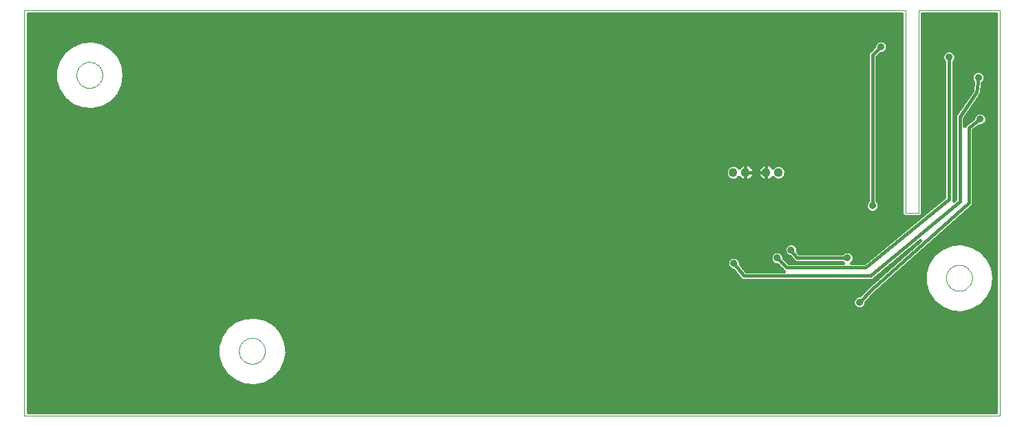
<source format=gbl>
G75*
G70*
%OFA0B0*%
%FSLAX24Y24*%
%IPPOS*%
%LPD*%
%AMOC8*
5,1,8,0,0,1.08239X$1,22.5*
%
%ADD10C,0.0000*%
%ADD11C,0.0436*%
%ADD12C,0.0356*%
%ADD13C,0.0160*%
D10*
X000180Y000218D02*
X000180Y019903D01*
X042857Y019903D01*
X042857Y010060D01*
X043487Y010060D01*
X043487Y019903D01*
X047424Y019903D01*
X047424Y000218D01*
X000180Y000218D01*
X010574Y003367D02*
X010576Y003417D01*
X010582Y003467D01*
X010592Y003516D01*
X010606Y003564D01*
X010623Y003611D01*
X010644Y003656D01*
X010669Y003700D01*
X010697Y003741D01*
X010729Y003780D01*
X010763Y003817D01*
X010800Y003851D01*
X010840Y003881D01*
X010882Y003908D01*
X010926Y003932D01*
X010972Y003953D01*
X011019Y003969D01*
X011067Y003982D01*
X011117Y003991D01*
X011166Y003996D01*
X011217Y003997D01*
X011267Y003994D01*
X011316Y003987D01*
X011365Y003976D01*
X011413Y003961D01*
X011459Y003943D01*
X011504Y003921D01*
X011547Y003895D01*
X011588Y003866D01*
X011627Y003834D01*
X011663Y003799D01*
X011695Y003761D01*
X011725Y003721D01*
X011752Y003678D01*
X011775Y003634D01*
X011794Y003588D01*
X011810Y003540D01*
X011822Y003491D01*
X011830Y003442D01*
X011834Y003392D01*
X011834Y003342D01*
X011830Y003292D01*
X011822Y003243D01*
X011810Y003194D01*
X011794Y003146D01*
X011775Y003100D01*
X011752Y003056D01*
X011725Y003013D01*
X011695Y002973D01*
X011663Y002935D01*
X011627Y002900D01*
X011588Y002868D01*
X011547Y002839D01*
X011504Y002813D01*
X011459Y002791D01*
X011413Y002773D01*
X011365Y002758D01*
X011316Y002747D01*
X011267Y002740D01*
X011217Y002737D01*
X011166Y002738D01*
X011117Y002743D01*
X011067Y002752D01*
X011019Y002765D01*
X010972Y002781D01*
X010926Y002802D01*
X010882Y002826D01*
X010840Y002853D01*
X010800Y002883D01*
X010763Y002917D01*
X010729Y002954D01*
X010697Y002993D01*
X010669Y003034D01*
X010644Y003078D01*
X010623Y003123D01*
X010606Y003170D01*
X010592Y003218D01*
X010582Y003267D01*
X010576Y003317D01*
X010574Y003367D01*
X002700Y016753D02*
X002702Y016803D01*
X002708Y016853D01*
X002718Y016902D01*
X002732Y016950D01*
X002749Y016997D01*
X002770Y017042D01*
X002795Y017086D01*
X002823Y017127D01*
X002855Y017166D01*
X002889Y017203D01*
X002926Y017237D01*
X002966Y017267D01*
X003008Y017294D01*
X003052Y017318D01*
X003098Y017339D01*
X003145Y017355D01*
X003193Y017368D01*
X003243Y017377D01*
X003292Y017382D01*
X003343Y017383D01*
X003393Y017380D01*
X003442Y017373D01*
X003491Y017362D01*
X003539Y017347D01*
X003585Y017329D01*
X003630Y017307D01*
X003673Y017281D01*
X003714Y017252D01*
X003753Y017220D01*
X003789Y017185D01*
X003821Y017147D01*
X003851Y017107D01*
X003878Y017064D01*
X003901Y017020D01*
X003920Y016974D01*
X003936Y016926D01*
X003948Y016877D01*
X003956Y016828D01*
X003960Y016778D01*
X003960Y016728D01*
X003956Y016678D01*
X003948Y016629D01*
X003936Y016580D01*
X003920Y016532D01*
X003901Y016486D01*
X003878Y016442D01*
X003851Y016399D01*
X003821Y016359D01*
X003789Y016321D01*
X003753Y016286D01*
X003714Y016254D01*
X003673Y016225D01*
X003630Y016199D01*
X003585Y016177D01*
X003539Y016159D01*
X003491Y016144D01*
X003442Y016133D01*
X003393Y016126D01*
X003343Y016123D01*
X003292Y016124D01*
X003243Y016129D01*
X003193Y016138D01*
X003145Y016151D01*
X003098Y016167D01*
X003052Y016188D01*
X003008Y016212D01*
X002966Y016239D01*
X002926Y016269D01*
X002889Y016303D01*
X002855Y016340D01*
X002823Y016379D01*
X002795Y016420D01*
X002770Y016464D01*
X002749Y016509D01*
X002732Y016556D01*
X002718Y016604D01*
X002708Y016653D01*
X002702Y016703D01*
X002700Y016753D01*
X044826Y006910D02*
X044828Y006960D01*
X044834Y007010D01*
X044844Y007059D01*
X044858Y007107D01*
X044875Y007154D01*
X044896Y007199D01*
X044921Y007243D01*
X044949Y007284D01*
X044981Y007323D01*
X045015Y007360D01*
X045052Y007394D01*
X045092Y007424D01*
X045134Y007451D01*
X045178Y007475D01*
X045224Y007496D01*
X045271Y007512D01*
X045319Y007525D01*
X045369Y007534D01*
X045418Y007539D01*
X045469Y007540D01*
X045519Y007537D01*
X045568Y007530D01*
X045617Y007519D01*
X045665Y007504D01*
X045711Y007486D01*
X045756Y007464D01*
X045799Y007438D01*
X045840Y007409D01*
X045879Y007377D01*
X045915Y007342D01*
X045947Y007304D01*
X045977Y007264D01*
X046004Y007221D01*
X046027Y007177D01*
X046046Y007131D01*
X046062Y007083D01*
X046074Y007034D01*
X046082Y006985D01*
X046086Y006935D01*
X046086Y006885D01*
X046082Y006835D01*
X046074Y006786D01*
X046062Y006737D01*
X046046Y006689D01*
X046027Y006643D01*
X046004Y006599D01*
X045977Y006556D01*
X045947Y006516D01*
X045915Y006478D01*
X045879Y006443D01*
X045840Y006411D01*
X045799Y006382D01*
X045756Y006356D01*
X045711Y006334D01*
X045665Y006316D01*
X045617Y006301D01*
X045568Y006290D01*
X045519Y006283D01*
X045469Y006280D01*
X045418Y006281D01*
X045369Y006286D01*
X045319Y006295D01*
X045271Y006308D01*
X045224Y006324D01*
X045178Y006345D01*
X045134Y006369D01*
X045092Y006396D01*
X045052Y006426D01*
X045015Y006460D01*
X044981Y006497D01*
X044949Y006536D01*
X044921Y006577D01*
X044896Y006621D01*
X044875Y006666D01*
X044858Y006713D01*
X044844Y006761D01*
X044834Y006810D01*
X044828Y006860D01*
X044826Y006910D01*
D11*
X036693Y012029D03*
X036113Y012029D03*
X035113Y012029D03*
X034513Y012029D03*
D12*
X036154Y011268D03*
X040159Y013328D03*
X046464Y014618D03*
X046384Y016628D03*
X044964Y017628D03*
X045054Y018618D03*
X041654Y018118D03*
X041254Y010418D03*
X037314Y008268D03*
X036634Y007878D03*
X034534Y007618D03*
X040044Y007888D03*
X040624Y005728D03*
X016563Y001745D03*
X001154Y002918D03*
D13*
X000360Y002912D02*
X009606Y002912D01*
X009654Y002754D02*
X000360Y002754D01*
X000360Y002595D02*
X009719Y002595D01*
X009690Y002638D02*
X009972Y002225D01*
X009972Y002225D01*
X010364Y001912D01*
X010830Y001729D01*
X011329Y001692D01*
X011329Y001692D01*
X011817Y001803D01*
X011817Y001803D01*
X012251Y002054D01*
X012592Y002421D01*
X012809Y002872D01*
X012884Y003367D01*
X012809Y003862D01*
X012809Y003862D01*
X012592Y004314D01*
X012251Y004681D01*
X011817Y004931D01*
X011329Y005042D01*
X010830Y005005D01*
X010830Y005005D01*
X010364Y004822D01*
X010364Y004822D01*
X009972Y004510D01*
X009972Y004510D01*
X009972Y004510D01*
X009690Y004096D01*
X009542Y003618D01*
X009542Y003117D01*
X009690Y002638D01*
X009690Y002638D01*
X009827Y002437D02*
X000360Y002437D01*
X000360Y002278D02*
X009936Y002278D01*
X009972Y002225D02*
X009972Y002225D01*
X010104Y002120D02*
X000360Y002120D01*
X000360Y001961D02*
X010302Y001961D01*
X010364Y001912D02*
X010364Y001912D01*
X010643Y001803D02*
X000360Y001803D01*
X000360Y001644D02*
X047244Y001644D01*
X047244Y001486D02*
X000360Y001486D01*
X000360Y001327D02*
X047244Y001327D01*
X047244Y001169D02*
X000360Y001169D01*
X000360Y001010D02*
X047244Y001010D01*
X047244Y000852D02*
X000360Y000852D01*
X000360Y000693D02*
X047244Y000693D01*
X047244Y000535D02*
X000360Y000535D01*
X000360Y000398D02*
X000360Y019723D01*
X042677Y019723D01*
X042677Y009986D01*
X042783Y009880D01*
X043562Y009880D01*
X043667Y009986D01*
X043667Y019723D01*
X047244Y019723D01*
X047244Y000398D01*
X000360Y000398D01*
X000360Y003071D02*
X009557Y003071D01*
X009542Y003229D02*
X000360Y003229D01*
X000360Y003388D02*
X009542Y003388D01*
X009542Y003546D02*
X000360Y003546D01*
X000360Y003705D02*
X009569Y003705D01*
X009618Y003863D02*
X000360Y003863D01*
X000360Y004022D02*
X009667Y004022D01*
X009690Y004096D02*
X009690Y004096D01*
X009747Y004180D02*
X000360Y004180D01*
X000360Y004339D02*
X009855Y004339D01*
X009963Y004497D02*
X000360Y004497D01*
X000360Y004656D02*
X010155Y004656D01*
X010354Y004814D02*
X000360Y004814D01*
X000360Y004973D02*
X010747Y004973D01*
X011329Y005042D02*
X011329Y005042D01*
X011635Y004973D02*
X047244Y004973D01*
X047244Y005131D02*
X000360Y005131D01*
X000360Y005290D02*
X045039Y005290D01*
X045082Y005273D02*
X045082Y005273D01*
X045581Y005235D01*
X046069Y005347D01*
X046069Y005347D01*
X046503Y005597D01*
X046503Y005597D01*
X046844Y005964D01*
X047061Y006415D01*
X047061Y006415D01*
X047136Y006910D01*
X047061Y007406D01*
X046844Y007857D01*
X046503Y008224D01*
X046069Y008474D01*
X045581Y008586D01*
X045082Y008548D01*
X044616Y008365D01*
X044616Y008365D01*
X044224Y008053D01*
X043942Y007639D01*
X043794Y007161D01*
X043794Y006660D01*
X043942Y006182D01*
X044224Y005768D01*
X044224Y005768D01*
X044616Y005456D01*
X045082Y005273D01*
X044635Y005448D02*
X040781Y005448D01*
X040804Y005458D02*
X040894Y005547D01*
X040942Y005664D01*
X040942Y005740D01*
X041377Y006189D01*
X046008Y010328D01*
X046015Y010328D01*
X046075Y010388D01*
X046139Y010444D01*
X046139Y010451D01*
X046144Y010456D01*
X046144Y010541D01*
X046149Y010626D01*
X046144Y010632D01*
X046144Y014082D01*
X046418Y014299D01*
X046527Y014299D01*
X046644Y014348D01*
X046734Y014437D01*
X046782Y014554D01*
X046782Y014681D01*
X046734Y014798D01*
X046644Y014887D01*
X046527Y014936D01*
X046401Y014936D01*
X046284Y014887D01*
X046194Y014798D01*
X046146Y014681D01*
X046146Y014646D01*
X045847Y014408D01*
X045833Y014408D01*
X045777Y014352D01*
X045716Y014303D01*
X045714Y014289D01*
X045705Y014280D01*
X045704Y014651D01*
X046457Y015775D01*
X046501Y015809D01*
X046506Y015848D01*
X046528Y015881D01*
X046517Y015935D01*
X046572Y016366D01*
X046654Y016447D01*
X046702Y016564D01*
X046702Y016691D01*
X046654Y016808D01*
X046564Y016897D01*
X046447Y016946D01*
X046321Y016946D01*
X046204Y016897D01*
X046114Y016808D01*
X046066Y016691D01*
X046066Y016564D01*
X046114Y016447D01*
X046136Y016426D01*
X046082Y016007D01*
X045313Y014858D01*
X045264Y014808D01*
X045264Y014784D01*
X045251Y014764D01*
X045264Y014696D01*
X045274Y010740D01*
X045184Y010665D01*
X045184Y010727D01*
X045192Y010807D01*
X045184Y010817D01*
X045184Y017398D01*
X045234Y017447D01*
X045282Y017564D01*
X045282Y017691D01*
X045234Y017808D01*
X045144Y017897D01*
X045027Y017946D01*
X044901Y017946D01*
X044784Y017897D01*
X044694Y017808D01*
X044646Y017691D01*
X044646Y017564D01*
X044694Y017447D01*
X044744Y017398D01*
X044744Y010841D01*
X040865Y007638D01*
X040244Y007638D01*
X040314Y007707D01*
X040362Y007824D01*
X040362Y007951D01*
X040314Y008068D01*
X040224Y008157D01*
X040107Y008206D01*
X039981Y008206D01*
X039864Y008157D01*
X039814Y008108D01*
X037705Y008108D01*
X037632Y008207D01*
X037632Y008331D01*
X037584Y008448D01*
X037494Y008537D01*
X037377Y008586D01*
X037251Y008586D01*
X037134Y008537D01*
X037044Y008448D01*
X036996Y008331D01*
X036996Y008204D01*
X037044Y008087D01*
X037134Y007998D01*
X037251Y007949D01*
X037275Y007949D01*
X037374Y007815D01*
X037374Y007796D01*
X037427Y007744D01*
X037471Y007684D01*
X037490Y007681D01*
X037503Y007668D01*
X037577Y007668D01*
X037651Y007656D01*
X037666Y007668D01*
X039814Y007668D01*
X039844Y007638D01*
X037185Y007638D01*
X036952Y007871D01*
X036952Y007941D01*
X036904Y008058D01*
X036814Y008147D01*
X036697Y008196D01*
X036571Y008196D01*
X036454Y008147D01*
X036364Y008058D01*
X036316Y007941D01*
X036316Y007814D01*
X036364Y007697D01*
X036454Y007608D01*
X036571Y007559D01*
X036641Y007559D01*
X036963Y007238D01*
X035137Y007238D01*
X034852Y007580D01*
X034852Y007681D01*
X034804Y007798D01*
X034714Y007887D01*
X034597Y007936D01*
X034471Y007936D01*
X034354Y007887D01*
X034264Y007798D01*
X034216Y007681D01*
X034216Y007554D01*
X034264Y007437D01*
X034354Y007348D01*
X034471Y007299D01*
X034513Y007299D01*
X034814Y006938D01*
X034814Y006926D01*
X034871Y006869D01*
X034923Y006807D01*
X034935Y006806D01*
X034943Y006798D01*
X035024Y006798D01*
X035105Y006790D01*
X035114Y006798D01*
X041164Y006798D01*
X041245Y006790D01*
X041254Y006798D01*
X041265Y006798D01*
X041323Y006855D01*
X043557Y008727D01*
X041139Y006566D01*
X041129Y006566D01*
X041071Y006506D01*
X041009Y006451D01*
X041009Y006442D01*
X040626Y006046D01*
X040561Y006046D01*
X040444Y005997D01*
X040354Y005908D01*
X040306Y005791D01*
X040306Y005664D01*
X040354Y005547D01*
X040444Y005458D01*
X040561Y005409D01*
X040687Y005409D01*
X040804Y005458D01*
X040918Y005607D02*
X044426Y005607D01*
X044616Y005456D02*
X044616Y005456D01*
X044227Y005765D02*
X040966Y005765D01*
X041120Y005924D02*
X044118Y005924D01*
X044224Y005768D02*
X044224Y005768D01*
X044010Y006082D02*
X041273Y006082D01*
X041434Y006241D02*
X043924Y006241D01*
X043875Y006399D02*
X041612Y006399D01*
X041789Y006558D02*
X043826Y006558D01*
X043794Y006716D02*
X041967Y006716D01*
X042144Y006875D02*
X043794Y006875D01*
X043794Y007033D02*
X042321Y007033D01*
X042499Y007192D02*
X043804Y007192D01*
X043853Y007350D02*
X042676Y007350D01*
X042853Y007509D02*
X043902Y007509D01*
X043961Y007667D02*
X043031Y007667D01*
X043208Y007826D02*
X044069Y007826D01*
X044177Y007984D02*
X043386Y007984D01*
X043563Y008143D02*
X044336Y008143D01*
X044224Y008053D02*
X044224Y008053D01*
X044535Y008301D02*
X043740Y008301D01*
X043918Y008460D02*
X044856Y008460D01*
X045082Y008548D02*
X045082Y008548D01*
X045581Y008586D02*
X045581Y008586D01*
X046069Y008474D02*
X046069Y008474D01*
X046095Y008460D02*
X047244Y008460D01*
X047244Y008618D02*
X044095Y008618D01*
X044272Y008777D02*
X047244Y008777D01*
X047244Y008935D02*
X044450Y008935D01*
X044627Y009094D02*
X047244Y009094D01*
X047244Y009252D02*
X044804Y009252D01*
X044982Y009411D02*
X047244Y009411D01*
X047244Y009569D02*
X045159Y009569D01*
X045337Y009728D02*
X047244Y009728D01*
X047244Y009886D02*
X045514Y009886D01*
X045691Y010045D02*
X047244Y010045D01*
X047244Y010203D02*
X045869Y010203D01*
X046049Y010362D02*
X047244Y010362D01*
X047244Y010520D02*
X046144Y010520D01*
X046144Y010679D02*
X047244Y010679D01*
X047244Y010837D02*
X046144Y010837D01*
X046144Y010996D02*
X047244Y010996D01*
X047244Y011154D02*
X046144Y011154D01*
X046144Y011313D02*
X047244Y011313D01*
X047244Y011471D02*
X046144Y011471D01*
X046144Y011630D02*
X047244Y011630D01*
X047244Y011788D02*
X046144Y011788D01*
X046144Y011947D02*
X047244Y011947D01*
X047244Y012105D02*
X046144Y012105D01*
X046144Y012264D02*
X047244Y012264D01*
X047244Y012422D02*
X046144Y012422D01*
X046144Y012581D02*
X047244Y012581D01*
X047244Y012739D02*
X046144Y012739D01*
X046144Y012898D02*
X047244Y012898D01*
X047244Y013056D02*
X046144Y013056D01*
X046144Y013215D02*
X047244Y013215D01*
X047244Y013373D02*
X046144Y013373D01*
X046144Y013532D02*
X047244Y013532D01*
X047244Y013690D02*
X046144Y013690D01*
X046144Y013849D02*
X047244Y013849D01*
X047244Y014007D02*
X046144Y014007D01*
X046250Y014166D02*
X047244Y014166D01*
X047244Y014324D02*
X046587Y014324D01*
X046752Y014483D02*
X047244Y014483D01*
X047244Y014641D02*
X046782Y014641D01*
X046732Y014800D02*
X047244Y014800D01*
X047244Y014958D02*
X045910Y014958D01*
X046016Y015117D02*
X047244Y015117D01*
X047244Y015275D02*
X046122Y015275D01*
X046228Y015434D02*
X047244Y015434D01*
X047244Y015592D02*
X046334Y015592D01*
X046440Y015751D02*
X047244Y015751D01*
X047244Y015909D02*
X046522Y015909D01*
X046534Y016068D02*
X047244Y016068D01*
X047244Y016226D02*
X046554Y016226D01*
X046591Y016385D02*
X047244Y016385D01*
X047244Y016543D02*
X046693Y016543D01*
X046698Y016702D02*
X047244Y016702D01*
X047244Y016860D02*
X046601Y016860D01*
X046384Y016628D02*
X046294Y015928D01*
X045484Y014718D01*
X045494Y010638D01*
X041174Y007018D01*
X035034Y007018D01*
X034534Y007618D01*
X034235Y007509D02*
X000360Y007509D01*
X000360Y007667D02*
X034216Y007667D01*
X034292Y007826D02*
X000360Y007826D01*
X000360Y007984D02*
X036334Y007984D01*
X036316Y007826D02*
X034776Y007826D01*
X034852Y007667D02*
X036395Y007667D01*
X036634Y007878D02*
X037094Y007418D01*
X040944Y007418D01*
X044964Y010738D01*
X044964Y017628D01*
X044675Y017494D02*
X043667Y017494D01*
X043667Y017336D02*
X044744Y017336D01*
X044744Y017177D02*
X043667Y017177D01*
X043667Y017019D02*
X044744Y017019D01*
X044744Y016860D02*
X043667Y016860D01*
X043667Y016702D02*
X044744Y016702D01*
X044744Y016543D02*
X043667Y016543D01*
X043667Y016385D02*
X044744Y016385D01*
X044744Y016226D02*
X043667Y016226D01*
X043667Y016068D02*
X044744Y016068D01*
X044744Y015909D02*
X043667Y015909D01*
X043667Y015751D02*
X044744Y015751D01*
X044744Y015592D02*
X043667Y015592D01*
X043667Y015434D02*
X044744Y015434D01*
X044744Y015275D02*
X043667Y015275D01*
X043667Y015117D02*
X044744Y015117D01*
X044744Y014958D02*
X043667Y014958D01*
X043667Y014800D02*
X044744Y014800D01*
X044744Y014641D02*
X043667Y014641D01*
X043667Y014483D02*
X044744Y014483D01*
X044744Y014324D02*
X043667Y014324D01*
X043667Y014166D02*
X044744Y014166D01*
X044744Y014007D02*
X043667Y014007D01*
X043667Y013849D02*
X044744Y013849D01*
X044744Y013690D02*
X043667Y013690D01*
X043667Y013532D02*
X044744Y013532D01*
X044744Y013373D02*
X043667Y013373D01*
X043667Y013215D02*
X044744Y013215D01*
X044744Y013056D02*
X043667Y013056D01*
X043667Y012898D02*
X044744Y012898D01*
X044744Y012739D02*
X043667Y012739D01*
X043667Y012581D02*
X044744Y012581D01*
X044744Y012422D02*
X043667Y012422D01*
X043667Y012264D02*
X044744Y012264D01*
X044744Y012105D02*
X043667Y012105D01*
X043667Y011947D02*
X044744Y011947D01*
X044744Y011788D02*
X043667Y011788D01*
X043667Y011630D02*
X044744Y011630D01*
X044744Y011471D02*
X043667Y011471D01*
X043667Y011313D02*
X044744Y011313D01*
X044744Y011154D02*
X043667Y011154D01*
X043667Y010996D02*
X044744Y010996D01*
X044739Y010837D02*
X043667Y010837D01*
X043667Y010679D02*
X044547Y010679D01*
X044355Y010520D02*
X043667Y010520D01*
X043667Y010362D02*
X044163Y010362D01*
X043971Y010203D02*
X043667Y010203D01*
X043667Y010045D02*
X043779Y010045D01*
X043588Y009886D02*
X043568Y009886D01*
X043396Y009728D02*
X000360Y009728D01*
X000360Y009886D02*
X042777Y009886D01*
X042677Y010045D02*
X000360Y010045D01*
X000360Y010203D02*
X041019Y010203D01*
X040984Y010237D02*
X041074Y010148D01*
X041191Y010099D01*
X041317Y010099D01*
X041434Y010148D01*
X041524Y010237D01*
X041572Y010354D01*
X041572Y010481D01*
X041524Y010598D01*
X041474Y010647D01*
X041474Y017626D01*
X041647Y017799D01*
X041717Y017799D01*
X041834Y017848D01*
X041924Y017937D01*
X041972Y018054D01*
X041972Y018181D01*
X041924Y018298D01*
X041834Y018387D01*
X041717Y018436D01*
X041591Y018436D01*
X041474Y018387D01*
X041384Y018298D01*
X041336Y018181D01*
X041336Y018111D01*
X041034Y017809D01*
X041034Y010647D01*
X040984Y010598D01*
X040936Y010481D01*
X040936Y010354D01*
X040984Y010237D01*
X040936Y010362D02*
X000360Y010362D01*
X000360Y010520D02*
X040952Y010520D01*
X041034Y010679D02*
X000360Y010679D01*
X000360Y010837D02*
X041034Y010837D01*
X041034Y010996D02*
X000360Y010996D01*
X000360Y011154D02*
X041034Y011154D01*
X041034Y011313D02*
X000360Y011313D01*
X000360Y011471D02*
X041034Y011471D01*
X041034Y011630D02*
X000360Y011630D01*
X000360Y011788D02*
X034247Y011788D01*
X034209Y011826D02*
X034310Y011725D01*
X034442Y011670D01*
X034584Y011670D01*
X034716Y011725D01*
X034789Y011798D01*
X034804Y011775D01*
X034859Y011719D01*
X034924Y011676D01*
X034997Y011646D01*
X035074Y011630D01*
X035113Y011630D01*
X035113Y012029D01*
X035113Y012427D01*
X035074Y012427D01*
X034997Y012411D01*
X034924Y012381D01*
X034859Y012338D01*
X034804Y012282D01*
X034789Y012260D01*
X034716Y012332D01*
X034584Y012387D01*
X034442Y012387D01*
X034310Y012332D01*
X034209Y012231D01*
X034155Y012100D01*
X034155Y011957D01*
X034209Y011826D01*
X034159Y011947D02*
X000360Y011947D01*
X000360Y012105D02*
X034157Y012105D01*
X034242Y012264D02*
X000360Y012264D01*
X000360Y012422D02*
X035051Y012422D01*
X035113Y012422D02*
X035113Y012422D01*
X035113Y012427D02*
X035152Y012427D01*
X035229Y012411D01*
X035302Y012381D01*
X035367Y012338D01*
X035422Y012282D01*
X035466Y012217D01*
X035496Y012145D01*
X035511Y012068D01*
X035511Y012029D01*
X035113Y012029D01*
X035113Y012029D01*
X035113Y012427D01*
X035175Y012422D02*
X036051Y012422D01*
X036074Y012427D02*
X035997Y012411D01*
X035924Y012381D01*
X035859Y012338D01*
X035804Y012282D01*
X035760Y012217D01*
X035730Y012145D01*
X035715Y012068D01*
X035715Y012029D01*
X036113Y012029D01*
X036113Y012427D01*
X036074Y012427D01*
X036113Y012427D02*
X036152Y012427D01*
X036229Y012411D01*
X036302Y012381D01*
X036367Y012338D01*
X036422Y012282D01*
X036430Y012272D01*
X036490Y012332D01*
X036622Y012387D01*
X036764Y012387D01*
X036896Y012332D01*
X036997Y012231D01*
X037051Y012100D01*
X037051Y011957D01*
X036997Y011826D01*
X036896Y011725D01*
X036764Y011670D01*
X036622Y011670D01*
X036490Y011725D01*
X036430Y011786D01*
X036422Y011775D01*
X036367Y011719D01*
X036302Y011676D01*
X036229Y011646D01*
X036152Y011630D01*
X036113Y011630D01*
X036113Y012029D01*
X036113Y012029D01*
X036113Y012427D01*
X036113Y012422D02*
X036113Y012422D01*
X036175Y012422D02*
X041034Y012422D01*
X041034Y012264D02*
X036965Y012264D01*
X037049Y012105D02*
X041034Y012105D01*
X041034Y011947D02*
X037047Y011947D01*
X036959Y011788D02*
X041034Y011788D01*
X041474Y011788D02*
X042677Y011788D01*
X042677Y011630D02*
X041474Y011630D01*
X041474Y011471D02*
X042677Y011471D01*
X042677Y011313D02*
X041474Y011313D01*
X041474Y011154D02*
X042677Y011154D01*
X042677Y010996D02*
X041474Y010996D01*
X041474Y010837D02*
X042677Y010837D01*
X042677Y010679D02*
X041474Y010679D01*
X041556Y010520D02*
X042677Y010520D01*
X042677Y010362D02*
X041572Y010362D01*
X041489Y010203D02*
X042677Y010203D01*
X043204Y009569D02*
X000360Y009569D01*
X000360Y009411D02*
X043012Y009411D01*
X042820Y009252D02*
X000360Y009252D01*
X000360Y009094D02*
X042628Y009094D01*
X042436Y008935D02*
X000360Y008935D01*
X000360Y008777D02*
X042244Y008777D01*
X042052Y008618D02*
X000360Y008618D01*
X000360Y008460D02*
X037056Y008460D01*
X036996Y008301D02*
X000360Y008301D01*
X000360Y008143D02*
X036449Y008143D01*
X036819Y008143D02*
X037021Y008143D01*
X036934Y007984D02*
X037167Y007984D01*
X036997Y007826D02*
X037366Y007826D01*
X037594Y007888D02*
X037314Y008268D01*
X037632Y008301D02*
X041668Y008301D01*
X041476Y008143D02*
X040239Y008143D01*
X040348Y007984D02*
X041284Y007984D01*
X041093Y007826D02*
X040362Y007826D01*
X040273Y007667D02*
X040901Y007667D01*
X040044Y007888D02*
X037594Y007888D01*
X037581Y007667D02*
X037156Y007667D01*
X036692Y007509D02*
X034911Y007509D01*
X035043Y007350D02*
X036850Y007350D01*
X037666Y007667D02*
X039815Y007667D01*
X039849Y008143D02*
X037679Y008143D01*
X037572Y008460D02*
X041860Y008460D01*
X042859Y008143D02*
X042903Y008143D01*
X043048Y008301D02*
X043080Y008301D01*
X043237Y008460D02*
X043257Y008460D01*
X043427Y008618D02*
X043435Y008618D01*
X042725Y007984D02*
X042670Y007984D01*
X042548Y007826D02*
X042481Y007826D01*
X042370Y007667D02*
X042292Y007667D01*
X042193Y007509D02*
X042103Y007509D01*
X042016Y007350D02*
X041913Y007350D01*
X041838Y007192D02*
X041724Y007192D01*
X041661Y007033D02*
X041535Y007033D01*
X041484Y006875D02*
X041346Y006875D01*
X041306Y006716D02*
X000360Y006716D01*
X000360Y006558D02*
X041121Y006558D01*
X040968Y006399D02*
X000360Y006399D01*
X000360Y006241D02*
X040814Y006241D01*
X040661Y006082D02*
X000360Y006082D01*
X000360Y005924D02*
X040370Y005924D01*
X040306Y005765D02*
X000360Y005765D01*
X000360Y005607D02*
X040330Y005607D01*
X040468Y005448D02*
X000360Y005448D01*
X000360Y006875D02*
X034866Y006875D01*
X034735Y007033D02*
X000360Y007033D01*
X000360Y007192D02*
X034603Y007192D01*
X034352Y007350D02*
X000360Y007350D01*
X011817Y004931D02*
X011817Y004931D01*
X012020Y004814D02*
X047244Y004814D01*
X047244Y004656D02*
X012274Y004656D01*
X012251Y004681D02*
X012251Y004681D01*
X012421Y004497D02*
X047244Y004497D01*
X047244Y004339D02*
X012568Y004339D01*
X012592Y004314D02*
X012592Y004314D01*
X012656Y004180D02*
X047244Y004180D01*
X047244Y004022D02*
X012732Y004022D01*
X012809Y003863D02*
X047244Y003863D01*
X047244Y003705D02*
X012833Y003705D01*
X012857Y003546D02*
X047244Y003546D01*
X047244Y003388D02*
X012881Y003388D01*
X012863Y003229D02*
X047244Y003229D01*
X047244Y003071D02*
X012839Y003071D01*
X012815Y002912D02*
X047244Y002912D01*
X047244Y002754D02*
X012752Y002754D01*
X012809Y002872D02*
X012809Y002872D01*
X012676Y002595D02*
X047244Y002595D01*
X047244Y002437D02*
X012599Y002437D01*
X012592Y002421D02*
X012592Y002421D01*
X012459Y002278D02*
X047244Y002278D01*
X047244Y002120D02*
X012312Y002120D01*
X012251Y002054D02*
X012251Y002054D01*
X012251Y002054D01*
X012091Y001961D02*
X047244Y001961D01*
X047244Y001803D02*
X011814Y001803D01*
X010830Y001729D02*
X010830Y001729D01*
X034779Y011788D02*
X034795Y011788D01*
X035113Y011788D02*
X035113Y011788D01*
X035113Y011630D02*
X035152Y011630D01*
X035229Y011646D01*
X035302Y011676D01*
X035367Y011719D01*
X035422Y011775D01*
X035466Y011840D01*
X035496Y011912D01*
X035511Y011989D01*
X035511Y012029D01*
X035113Y012029D01*
X035113Y012029D01*
X035113Y012029D01*
X035113Y011630D01*
X035431Y011788D02*
X035795Y011788D01*
X035804Y011775D02*
X035859Y011719D01*
X035924Y011676D01*
X035997Y011646D01*
X036074Y011630D01*
X036113Y011630D01*
X036113Y012029D01*
X036113Y012029D01*
X035715Y012029D01*
X035715Y011989D01*
X035730Y011912D01*
X035760Y011840D01*
X035804Y011775D01*
X035723Y011947D02*
X035503Y011947D01*
X035504Y012105D02*
X035722Y012105D01*
X035791Y012264D02*
X035435Y012264D01*
X035113Y012264D02*
X035113Y012264D01*
X035113Y012105D02*
X035113Y012105D01*
X035113Y011947D02*
X035113Y011947D01*
X034791Y012264D02*
X034785Y012264D01*
X036113Y012264D02*
X036113Y012264D01*
X036113Y012105D02*
X036113Y012105D01*
X036113Y012029D02*
X036113Y012029D01*
X036113Y011947D02*
X036113Y011947D01*
X036113Y011788D02*
X036113Y011788D01*
X041034Y012581D02*
X000360Y012581D01*
X000360Y012739D02*
X041034Y012739D01*
X041034Y012898D02*
X000360Y012898D01*
X000360Y013056D02*
X041034Y013056D01*
X041034Y013215D02*
X000360Y013215D01*
X000360Y013373D02*
X041034Y013373D01*
X041034Y013532D02*
X000360Y013532D01*
X000360Y013690D02*
X041034Y013690D01*
X041034Y013849D02*
X000360Y013849D01*
X000360Y014007D02*
X041034Y014007D01*
X041034Y014166D02*
X000360Y014166D01*
X000360Y014324D02*
X041034Y014324D01*
X041034Y014483D02*
X000360Y014483D01*
X000360Y014641D02*
X041034Y014641D01*
X041034Y014800D02*
X000360Y014800D01*
X000360Y014958D02*
X041034Y014958D01*
X041034Y015117D02*
X003626Y015117D01*
X003455Y015078D02*
X003943Y015189D01*
X003943Y015189D01*
X004377Y015440D01*
X004377Y015440D01*
X004718Y015807D01*
X004935Y016258D01*
X005010Y016753D01*
X004935Y017248D01*
X004718Y017699D01*
X004377Y018066D01*
X003943Y018317D01*
X003455Y018428D01*
X002956Y018391D01*
X002956Y018391D01*
X002490Y018208D01*
X002490Y018208D01*
X002098Y017896D01*
X002098Y017896D01*
X002098Y017896D01*
X001816Y017482D01*
X001816Y017482D01*
X001668Y017003D01*
X001668Y016503D01*
X001816Y016024D01*
X002098Y015610D01*
X002490Y015298D01*
X002956Y015115D01*
X003455Y015078D01*
X003455Y015078D01*
X002956Y015115D02*
X002956Y015115D01*
X002952Y015117D02*
X000360Y015117D01*
X000360Y015275D02*
X002548Y015275D01*
X002490Y015298D02*
X002490Y015298D01*
X002320Y015434D02*
X000360Y015434D01*
X000360Y015592D02*
X002121Y015592D01*
X002098Y015610D02*
X002098Y015610D01*
X002098Y015610D01*
X002002Y015751D02*
X000360Y015751D01*
X000360Y015909D02*
X001894Y015909D01*
X001816Y016024D02*
X001816Y016024D01*
X001803Y016068D02*
X000360Y016068D01*
X000360Y016226D02*
X001754Y016226D01*
X001705Y016385D02*
X000360Y016385D01*
X000360Y016543D02*
X001668Y016543D01*
X001668Y016702D02*
X000360Y016702D01*
X000360Y016860D02*
X001668Y016860D01*
X001673Y017019D02*
X000360Y017019D01*
X000360Y017177D02*
X001722Y017177D01*
X001771Y017336D02*
X000360Y017336D01*
X000360Y017494D02*
X001824Y017494D01*
X001932Y017653D02*
X000360Y017653D01*
X000360Y017811D02*
X002040Y017811D01*
X002191Y017970D02*
X000360Y017970D01*
X000360Y018128D02*
X002390Y018128D01*
X002690Y018287D02*
X000360Y018287D01*
X000360Y018445D02*
X042677Y018445D01*
X042677Y018287D02*
X041928Y018287D01*
X041972Y018128D02*
X042677Y018128D01*
X042677Y017970D02*
X041937Y017970D01*
X041745Y017811D02*
X042677Y017811D01*
X042677Y017653D02*
X041500Y017653D01*
X041474Y017494D02*
X042677Y017494D01*
X042677Y017336D02*
X041474Y017336D01*
X041474Y017177D02*
X042677Y017177D01*
X042677Y017019D02*
X041474Y017019D01*
X041474Y016860D02*
X042677Y016860D01*
X042677Y016702D02*
X041474Y016702D01*
X041474Y016543D02*
X042677Y016543D01*
X042677Y016385D02*
X041474Y016385D01*
X041474Y016226D02*
X042677Y016226D01*
X042677Y016068D02*
X041474Y016068D01*
X041474Y015909D02*
X042677Y015909D01*
X042677Y015751D02*
X041474Y015751D01*
X041474Y015592D02*
X042677Y015592D01*
X042677Y015434D02*
X041474Y015434D01*
X041474Y015275D02*
X042677Y015275D01*
X042677Y015117D02*
X041474Y015117D01*
X041474Y014958D02*
X042677Y014958D01*
X042677Y014800D02*
X041474Y014800D01*
X041474Y014641D02*
X042677Y014641D01*
X042677Y014483D02*
X041474Y014483D01*
X041474Y014324D02*
X042677Y014324D01*
X042677Y014166D02*
X041474Y014166D01*
X041474Y014007D02*
X042677Y014007D01*
X042677Y013849D02*
X041474Y013849D01*
X041474Y013690D02*
X042677Y013690D01*
X042677Y013532D02*
X041474Y013532D01*
X041474Y013373D02*
X042677Y013373D01*
X042677Y013215D02*
X041474Y013215D01*
X041474Y013056D02*
X042677Y013056D01*
X042677Y012898D02*
X041474Y012898D01*
X041474Y012739D02*
X042677Y012739D01*
X042677Y012581D02*
X041474Y012581D01*
X041474Y012422D02*
X042677Y012422D01*
X042677Y012264D02*
X041474Y012264D01*
X041474Y012105D02*
X042677Y012105D01*
X042677Y011947D02*
X041474Y011947D01*
X045184Y011947D02*
X045271Y011947D01*
X045270Y012105D02*
X045184Y012105D01*
X045184Y012264D02*
X045270Y012264D01*
X045270Y012422D02*
X045184Y012422D01*
X045184Y012581D02*
X045269Y012581D01*
X045269Y012739D02*
X045184Y012739D01*
X045184Y012898D02*
X045268Y012898D01*
X045268Y013056D02*
X045184Y013056D01*
X045184Y013215D02*
X045268Y013215D01*
X045267Y013373D02*
X045184Y013373D01*
X045184Y013532D02*
X045267Y013532D01*
X045267Y013690D02*
X045184Y013690D01*
X045184Y013849D02*
X045266Y013849D01*
X045266Y014007D02*
X045184Y014007D01*
X045184Y014166D02*
X045265Y014166D01*
X045265Y014324D02*
X045184Y014324D01*
X045184Y014483D02*
X045265Y014483D01*
X045264Y014641D02*
X045184Y014641D01*
X045184Y014800D02*
X045264Y014800D01*
X045184Y014958D02*
X045380Y014958D01*
X045486Y015117D02*
X045184Y015117D01*
X045184Y015275D02*
X045592Y015275D01*
X045699Y015434D02*
X045184Y015434D01*
X045184Y015592D02*
X045805Y015592D01*
X045911Y015751D02*
X045184Y015751D01*
X045184Y015909D02*
X046017Y015909D01*
X046090Y016068D02*
X045184Y016068D01*
X045184Y016226D02*
X046111Y016226D01*
X046131Y016385D02*
X045184Y016385D01*
X045184Y016543D02*
X046075Y016543D01*
X046070Y016702D02*
X045184Y016702D01*
X045184Y016860D02*
X046167Y016860D01*
X045184Y017019D02*
X047244Y017019D01*
X047244Y017177D02*
X045184Y017177D01*
X045184Y017336D02*
X047244Y017336D01*
X047244Y017494D02*
X045253Y017494D01*
X045282Y017653D02*
X047244Y017653D01*
X047244Y017811D02*
X045230Y017811D01*
X044698Y017811D02*
X043667Y017811D01*
X043667Y017653D02*
X044646Y017653D01*
X043667Y017970D02*
X047244Y017970D01*
X047244Y018128D02*
X043667Y018128D01*
X043667Y018287D02*
X047244Y018287D01*
X047244Y018445D02*
X043667Y018445D01*
X043667Y018604D02*
X047244Y018604D01*
X047244Y018762D02*
X043667Y018762D01*
X043667Y018921D02*
X047244Y018921D01*
X047244Y019079D02*
X043667Y019079D01*
X043667Y019238D02*
X047244Y019238D01*
X047244Y019396D02*
X043667Y019396D01*
X043667Y019555D02*
X047244Y019555D01*
X047244Y019713D02*
X043667Y019713D01*
X042677Y019713D02*
X000360Y019713D01*
X000360Y019555D02*
X042677Y019555D01*
X042677Y019396D02*
X000360Y019396D01*
X000360Y019238D02*
X042677Y019238D01*
X042677Y019079D02*
X000360Y019079D01*
X000360Y018921D02*
X042677Y018921D01*
X042677Y018762D02*
X000360Y018762D01*
X000360Y018604D02*
X042677Y018604D01*
X041654Y018118D02*
X041254Y017718D01*
X041254Y010418D01*
X045184Y010679D02*
X045200Y010679D01*
X045184Y010837D02*
X045274Y010837D01*
X045273Y010996D02*
X045184Y010996D01*
X045184Y011154D02*
X045273Y011154D01*
X045272Y011313D02*
X045184Y011313D01*
X045184Y011471D02*
X045272Y011471D01*
X045272Y011630D02*
X045184Y011630D01*
X045184Y011788D02*
X045271Y011788D01*
X045924Y010548D02*
X045924Y014188D01*
X046464Y014618D01*
X046196Y014800D02*
X045804Y014800D01*
X045704Y014641D02*
X046140Y014641D01*
X045941Y014483D02*
X045705Y014483D01*
X045705Y014324D02*
X045742Y014324D01*
X041034Y015275D02*
X004092Y015275D01*
X004367Y015434D02*
X041034Y015434D01*
X041034Y015592D02*
X004519Y015592D01*
X004666Y015751D02*
X041034Y015751D01*
X041034Y015909D02*
X004767Y015909D01*
X004718Y015807D02*
X004718Y015807D01*
X004843Y016068D02*
X041034Y016068D01*
X041034Y016226D02*
X004920Y016226D01*
X004935Y016258D02*
X004935Y016258D01*
X004954Y016385D02*
X041034Y016385D01*
X041034Y016543D02*
X004978Y016543D01*
X005002Y016702D02*
X041034Y016702D01*
X041034Y016860D02*
X004993Y016860D01*
X004970Y017019D02*
X041034Y017019D01*
X041034Y017177D02*
X004946Y017177D01*
X004893Y017336D02*
X041034Y017336D01*
X041034Y017494D02*
X004817Y017494D01*
X004740Y017653D02*
X041034Y017653D01*
X041036Y017811D02*
X004614Y017811D01*
X004718Y017699D02*
X004718Y017699D01*
X004467Y017970D02*
X041195Y017970D01*
X041336Y018128D02*
X004270Y018128D01*
X003996Y018287D02*
X041380Y018287D01*
X045924Y010548D02*
X041224Y006348D01*
X040624Y005728D01*
X045581Y005235D02*
X045581Y005235D01*
X045819Y005290D02*
X047244Y005290D01*
X047244Y005448D02*
X046245Y005448D01*
X046512Y005607D02*
X047244Y005607D01*
X047244Y005765D02*
X046659Y005765D01*
X046806Y005924D02*
X047244Y005924D01*
X047244Y006082D02*
X046900Y006082D01*
X046844Y005964D02*
X046844Y005964D01*
X046977Y006241D02*
X047244Y006241D01*
X047244Y006399D02*
X047053Y006399D01*
X047082Y006558D02*
X047244Y006558D01*
X047244Y006716D02*
X047106Y006716D01*
X047130Y006875D02*
X047244Y006875D01*
X047244Y007033D02*
X047117Y007033D01*
X047093Y007192D02*
X047244Y007192D01*
X047244Y007350D02*
X047069Y007350D01*
X047061Y007406D02*
X047061Y007406D01*
X047011Y007509D02*
X047244Y007509D01*
X047244Y007667D02*
X046935Y007667D01*
X046859Y007826D02*
X047244Y007826D01*
X047244Y007984D02*
X046726Y007984D01*
X046844Y007857D02*
X046844Y007857D01*
X046579Y008143D02*
X047244Y008143D01*
X047244Y008301D02*
X046369Y008301D01*
X046503Y008224D02*
X046503Y008224D01*
X003943Y018317D02*
X003943Y018317D01*
X003455Y018428D02*
X003455Y018428D01*
M02*

</source>
